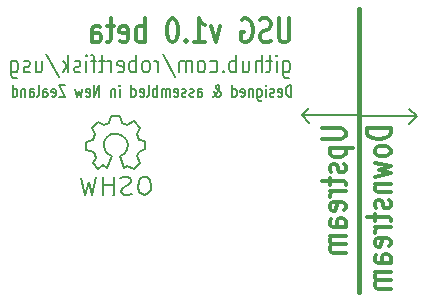
<source format=gbo>
G04 #@! TF.FileFunction,Legend,Bot*
%FSLAX46Y46*%
G04 Gerber Fmt 4.6, Leading zero omitted, Abs format (unit mm)*
G04 Created by KiCad (PCBNEW (2015-10-16 BZR 6271)-product) date Sun 01 Nov 2015 17:02:17 NZDT*
%MOMM*%
G01*
G04 APERTURE LIST*
%ADD10C,0.100000*%
%ADD11C,0.150000*%
%ADD12C,0.200000*%
%ADD13C,0.300000*%
%ADD14C,0.400000*%
G04 APERTURE END LIST*
D10*
D11*
X29697478Y17073619D02*
X29697478Y18073619D01*
X29507002Y18073619D01*
X29392716Y18026000D01*
X29316525Y17930762D01*
X29278430Y17835524D01*
X29240335Y17645048D01*
X29240335Y17502190D01*
X29278430Y17311714D01*
X29316525Y17216476D01*
X29392716Y17121238D01*
X29507002Y17073619D01*
X29697478Y17073619D01*
X28592716Y17121238D02*
X28668906Y17073619D01*
X28821287Y17073619D01*
X28897478Y17121238D01*
X28935573Y17216476D01*
X28935573Y17597429D01*
X28897478Y17692667D01*
X28821287Y17740286D01*
X28668906Y17740286D01*
X28592716Y17692667D01*
X28554621Y17597429D01*
X28554621Y17502190D01*
X28935573Y17406952D01*
X28249859Y17121238D02*
X28173669Y17073619D01*
X28021288Y17073619D01*
X27945097Y17121238D01*
X27907002Y17216476D01*
X27907002Y17264095D01*
X27945097Y17359333D01*
X28021288Y17406952D01*
X28135573Y17406952D01*
X28211764Y17454571D01*
X28249859Y17549810D01*
X28249859Y17597429D01*
X28211764Y17692667D01*
X28135573Y17740286D01*
X28021288Y17740286D01*
X27945097Y17692667D01*
X27564145Y17073619D02*
X27564145Y17740286D01*
X27564145Y18073619D02*
X27602240Y18026000D01*
X27564145Y17978381D01*
X27526050Y18026000D01*
X27564145Y18073619D01*
X27564145Y17978381D01*
X26840336Y17740286D02*
X26840336Y16930762D01*
X26878431Y16835524D01*
X26916526Y16787905D01*
X26992717Y16740286D01*
X27107002Y16740286D01*
X27183193Y16787905D01*
X26840336Y17121238D02*
X26916526Y17073619D01*
X27068907Y17073619D01*
X27145098Y17121238D01*
X27183193Y17168857D01*
X27221288Y17264095D01*
X27221288Y17549810D01*
X27183193Y17645048D01*
X27145098Y17692667D01*
X27068907Y17740286D01*
X26916526Y17740286D01*
X26840336Y17692667D01*
X26459383Y17740286D02*
X26459383Y17073619D01*
X26459383Y17645048D02*
X26421288Y17692667D01*
X26345097Y17740286D01*
X26230811Y17740286D01*
X26154621Y17692667D01*
X26116526Y17597429D01*
X26116526Y17073619D01*
X25430811Y17121238D02*
X25507001Y17073619D01*
X25659382Y17073619D01*
X25735573Y17121238D01*
X25773668Y17216476D01*
X25773668Y17597429D01*
X25735573Y17692667D01*
X25659382Y17740286D01*
X25507001Y17740286D01*
X25430811Y17692667D01*
X25392716Y17597429D01*
X25392716Y17502190D01*
X25773668Y17406952D01*
X24707002Y17073619D02*
X24707002Y18073619D01*
X24707002Y17121238D02*
X24783192Y17073619D01*
X24935573Y17073619D01*
X25011764Y17121238D01*
X25049859Y17168857D01*
X25087954Y17264095D01*
X25087954Y17549810D01*
X25049859Y17645048D01*
X25011764Y17692667D01*
X24935573Y17740286D01*
X24783192Y17740286D01*
X24707002Y17692667D01*
X23068906Y17073619D02*
X23107001Y17073619D01*
X23183191Y17121238D01*
X23297477Y17264095D01*
X23487953Y17549810D01*
X23564144Y17692667D01*
X23602239Y17835524D01*
X23602239Y17930762D01*
X23564144Y18026000D01*
X23487953Y18073619D01*
X23449858Y18073619D01*
X23373668Y18026000D01*
X23335572Y17930762D01*
X23335572Y17883143D01*
X23373668Y17787905D01*
X23411763Y17740286D01*
X23640334Y17549810D01*
X23678430Y17502190D01*
X23716525Y17406952D01*
X23716525Y17264095D01*
X23678430Y17168857D01*
X23640334Y17121238D01*
X23564144Y17073619D01*
X23449858Y17073619D01*
X23373668Y17121238D01*
X23335572Y17168857D01*
X23221287Y17359333D01*
X23183191Y17502190D01*
X23183191Y17597429D01*
X21773668Y17073619D02*
X21773668Y17597429D01*
X21811763Y17692667D01*
X21887953Y17740286D01*
X22040334Y17740286D01*
X22116525Y17692667D01*
X21773668Y17121238D02*
X21849858Y17073619D01*
X22040334Y17073619D01*
X22116525Y17121238D01*
X22154620Y17216476D01*
X22154620Y17311714D01*
X22116525Y17406952D01*
X22040334Y17454571D01*
X21849858Y17454571D01*
X21773668Y17502190D01*
X21430810Y17121238D02*
X21354620Y17073619D01*
X21202239Y17073619D01*
X21126048Y17121238D01*
X21087953Y17216476D01*
X21087953Y17264095D01*
X21126048Y17359333D01*
X21202239Y17406952D01*
X21316524Y17406952D01*
X21392715Y17454571D01*
X21430810Y17549810D01*
X21430810Y17597429D01*
X21392715Y17692667D01*
X21316524Y17740286D01*
X21202239Y17740286D01*
X21126048Y17692667D01*
X20783191Y17121238D02*
X20707001Y17073619D01*
X20554620Y17073619D01*
X20478429Y17121238D01*
X20440334Y17216476D01*
X20440334Y17264095D01*
X20478429Y17359333D01*
X20554620Y17406952D01*
X20668905Y17406952D01*
X20745096Y17454571D01*
X20783191Y17549810D01*
X20783191Y17597429D01*
X20745096Y17692667D01*
X20668905Y17740286D01*
X20554620Y17740286D01*
X20478429Y17692667D01*
X19792715Y17121238D02*
X19868905Y17073619D01*
X20021286Y17073619D01*
X20097477Y17121238D01*
X20135572Y17216476D01*
X20135572Y17597429D01*
X20097477Y17692667D01*
X20021286Y17740286D01*
X19868905Y17740286D01*
X19792715Y17692667D01*
X19754620Y17597429D01*
X19754620Y17502190D01*
X20135572Y17406952D01*
X19411763Y17073619D02*
X19411763Y17740286D01*
X19411763Y17645048D02*
X19373668Y17692667D01*
X19297477Y17740286D01*
X19183191Y17740286D01*
X19107001Y17692667D01*
X19068906Y17597429D01*
X19068906Y17073619D01*
X19068906Y17597429D02*
X19030810Y17692667D01*
X18954620Y17740286D01*
X18840334Y17740286D01*
X18764144Y17692667D01*
X18726049Y17597429D01*
X18726049Y17073619D01*
X18345096Y17073619D02*
X18345096Y18073619D01*
X18345096Y17692667D02*
X18268905Y17740286D01*
X18116524Y17740286D01*
X18040334Y17692667D01*
X18002239Y17645048D01*
X17964143Y17549810D01*
X17964143Y17264095D01*
X18002239Y17168857D01*
X18040334Y17121238D01*
X18116524Y17073619D01*
X18268905Y17073619D01*
X18345096Y17121238D01*
X17507000Y17073619D02*
X17583191Y17121238D01*
X17621286Y17216476D01*
X17621286Y18073619D01*
X16897476Y17121238D02*
X16973666Y17073619D01*
X17126047Y17073619D01*
X17202238Y17121238D01*
X17240333Y17216476D01*
X17240333Y17597429D01*
X17202238Y17692667D01*
X17126047Y17740286D01*
X16973666Y17740286D01*
X16897476Y17692667D01*
X16859381Y17597429D01*
X16859381Y17502190D01*
X17240333Y17406952D01*
X16173667Y17073619D02*
X16173667Y18073619D01*
X16173667Y17121238D02*
X16249857Y17073619D01*
X16402238Y17073619D01*
X16478429Y17121238D01*
X16516524Y17168857D01*
X16554619Y17264095D01*
X16554619Y17549810D01*
X16516524Y17645048D01*
X16478429Y17692667D01*
X16402238Y17740286D01*
X16249857Y17740286D01*
X16173667Y17692667D01*
X15183190Y17073619D02*
X15183190Y17740286D01*
X15183190Y18073619D02*
X15221285Y18026000D01*
X15183190Y17978381D01*
X15145095Y18026000D01*
X15183190Y18073619D01*
X15183190Y17978381D01*
X14802238Y17740286D02*
X14802238Y17073619D01*
X14802238Y17645048D02*
X14764143Y17692667D01*
X14687952Y17740286D01*
X14573666Y17740286D01*
X14497476Y17692667D01*
X14459381Y17597429D01*
X14459381Y17073619D01*
X13468904Y17073619D02*
X13468904Y18073619D01*
X13011761Y17073619D01*
X13011761Y18073619D01*
X12326047Y17121238D02*
X12402237Y17073619D01*
X12554618Y17073619D01*
X12630809Y17121238D01*
X12668904Y17216476D01*
X12668904Y17597429D01*
X12630809Y17692667D01*
X12554618Y17740286D01*
X12402237Y17740286D01*
X12326047Y17692667D01*
X12287952Y17597429D01*
X12287952Y17502190D01*
X12668904Y17406952D01*
X12021285Y17740286D02*
X11868904Y17073619D01*
X11716523Y17549810D01*
X11564142Y17073619D01*
X11411761Y17740286D01*
X10573666Y18073619D02*
X10040333Y18073619D01*
X10573666Y17073619D01*
X10040333Y17073619D01*
X9430809Y17121238D02*
X9506999Y17073619D01*
X9659380Y17073619D01*
X9735571Y17121238D01*
X9773666Y17216476D01*
X9773666Y17597429D01*
X9735571Y17692667D01*
X9659380Y17740286D01*
X9506999Y17740286D01*
X9430809Y17692667D01*
X9392714Y17597429D01*
X9392714Y17502190D01*
X9773666Y17406952D01*
X8707000Y17073619D02*
X8707000Y17597429D01*
X8745095Y17692667D01*
X8821285Y17740286D01*
X8973666Y17740286D01*
X9049857Y17692667D01*
X8707000Y17121238D02*
X8783190Y17073619D01*
X8973666Y17073619D01*
X9049857Y17121238D01*
X9087952Y17216476D01*
X9087952Y17311714D01*
X9049857Y17406952D01*
X8973666Y17454571D01*
X8783190Y17454571D01*
X8707000Y17502190D01*
X8211761Y17073619D02*
X8287952Y17121238D01*
X8326047Y17216476D01*
X8326047Y18073619D01*
X7564142Y17073619D02*
X7564142Y17597429D01*
X7602237Y17692667D01*
X7678427Y17740286D01*
X7830808Y17740286D01*
X7906999Y17692667D01*
X7564142Y17121238D02*
X7640332Y17073619D01*
X7830808Y17073619D01*
X7906999Y17121238D01*
X7945094Y17216476D01*
X7945094Y17311714D01*
X7906999Y17406952D01*
X7830808Y17454571D01*
X7640332Y17454571D01*
X7564142Y17502190D01*
X7183189Y17740286D02*
X7183189Y17073619D01*
X7183189Y17645048D02*
X7145094Y17692667D01*
X7068903Y17740286D01*
X6954617Y17740286D01*
X6878427Y17692667D01*
X6840332Y17597429D01*
X6840332Y17073619D01*
X6116522Y17073619D02*
X6116522Y18073619D01*
X6116522Y17121238D02*
X6192712Y17073619D01*
X6345093Y17073619D01*
X6421284Y17121238D01*
X6459379Y17168857D01*
X6497474Y17264095D01*
X6497474Y17549810D01*
X6459379Y17645048D01*
X6421284Y17692667D01*
X6345093Y17740286D01*
X6192712Y17740286D01*
X6116522Y17692667D01*
D12*
X29037142Y20133429D02*
X29037142Y18919143D01*
X29094285Y18776286D01*
X29151428Y18704857D01*
X29265713Y18633429D01*
X29437142Y18633429D01*
X29551428Y18704857D01*
X29037142Y19204857D02*
X29151428Y19133429D01*
X29379999Y19133429D01*
X29494285Y19204857D01*
X29551428Y19276286D01*
X29608571Y19419143D01*
X29608571Y19847714D01*
X29551428Y19990571D01*
X29494285Y20062000D01*
X29379999Y20133429D01*
X29151428Y20133429D01*
X29037142Y20062000D01*
X28465714Y19133429D02*
X28465714Y20133429D01*
X28465714Y20633429D02*
X28522857Y20562000D01*
X28465714Y20490571D01*
X28408571Y20562000D01*
X28465714Y20633429D01*
X28465714Y20490571D01*
X28065713Y20133429D02*
X27608570Y20133429D01*
X27894285Y20633429D02*
X27894285Y19347714D01*
X27837142Y19204857D01*
X27722856Y19133429D01*
X27608570Y19133429D01*
X27208571Y19133429D02*
X27208571Y20633429D01*
X26694285Y19133429D02*
X26694285Y19919143D01*
X26751428Y20062000D01*
X26865714Y20133429D01*
X27037142Y20133429D01*
X27151428Y20062000D01*
X27208571Y19990571D01*
X25608571Y20133429D02*
X25608571Y19133429D01*
X26122857Y20133429D02*
X26122857Y19347714D01*
X26065714Y19204857D01*
X25951428Y19133429D01*
X25780000Y19133429D01*
X25665714Y19204857D01*
X25608571Y19276286D01*
X25037143Y19133429D02*
X25037143Y20633429D01*
X25037143Y20062000D02*
X24922857Y20133429D01*
X24694286Y20133429D01*
X24580000Y20062000D01*
X24522857Y19990571D01*
X24465714Y19847714D01*
X24465714Y19419143D01*
X24522857Y19276286D01*
X24580000Y19204857D01*
X24694286Y19133429D01*
X24922857Y19133429D01*
X25037143Y19204857D01*
X23951429Y19276286D02*
X23894286Y19204857D01*
X23951429Y19133429D01*
X24008572Y19204857D01*
X23951429Y19276286D01*
X23951429Y19133429D01*
X22865714Y19204857D02*
X22980000Y19133429D01*
X23208571Y19133429D01*
X23322857Y19204857D01*
X23380000Y19276286D01*
X23437143Y19419143D01*
X23437143Y19847714D01*
X23380000Y19990571D01*
X23322857Y20062000D01*
X23208571Y20133429D01*
X22980000Y20133429D01*
X22865714Y20062000D01*
X22180000Y19133429D02*
X22294286Y19204857D01*
X22351429Y19276286D01*
X22408572Y19419143D01*
X22408572Y19847714D01*
X22351429Y19990571D01*
X22294286Y20062000D01*
X22180000Y20133429D01*
X22008572Y20133429D01*
X21894286Y20062000D01*
X21837143Y19990571D01*
X21780000Y19847714D01*
X21780000Y19419143D01*
X21837143Y19276286D01*
X21894286Y19204857D01*
X22008572Y19133429D01*
X22180000Y19133429D01*
X21265715Y19133429D02*
X21265715Y20133429D01*
X21265715Y19990571D02*
X21208572Y20062000D01*
X21094286Y20133429D01*
X20922858Y20133429D01*
X20808572Y20062000D01*
X20751429Y19919143D01*
X20751429Y19133429D01*
X20751429Y19919143D02*
X20694286Y20062000D01*
X20580000Y20133429D01*
X20408572Y20133429D01*
X20294286Y20062000D01*
X20237143Y19919143D01*
X20237143Y19133429D01*
X18808572Y20704857D02*
X19837143Y18776286D01*
X18408572Y19133429D02*
X18408572Y20133429D01*
X18408572Y19847714D02*
X18351429Y19990571D01*
X18294286Y20062000D01*
X18180000Y20133429D01*
X18065715Y20133429D01*
X17494286Y19133429D02*
X17608572Y19204857D01*
X17665715Y19276286D01*
X17722858Y19419143D01*
X17722858Y19847714D01*
X17665715Y19990571D01*
X17608572Y20062000D01*
X17494286Y20133429D01*
X17322858Y20133429D01*
X17208572Y20062000D01*
X17151429Y19990571D01*
X17094286Y19847714D01*
X17094286Y19419143D01*
X17151429Y19276286D01*
X17208572Y19204857D01*
X17322858Y19133429D01*
X17494286Y19133429D01*
X16580001Y19133429D02*
X16580001Y20633429D01*
X16580001Y20062000D02*
X16465715Y20133429D01*
X16237144Y20133429D01*
X16122858Y20062000D01*
X16065715Y19990571D01*
X16008572Y19847714D01*
X16008572Y19419143D01*
X16065715Y19276286D01*
X16122858Y19204857D01*
X16237144Y19133429D01*
X16465715Y19133429D01*
X16580001Y19204857D01*
X15037144Y19204857D02*
X15151430Y19133429D01*
X15380001Y19133429D01*
X15494287Y19204857D01*
X15551430Y19347714D01*
X15551430Y19919143D01*
X15494287Y20062000D01*
X15380001Y20133429D01*
X15151430Y20133429D01*
X15037144Y20062000D01*
X14980001Y19919143D01*
X14980001Y19776286D01*
X15551430Y19633429D01*
X14465716Y19133429D02*
X14465716Y20133429D01*
X14465716Y19847714D02*
X14408573Y19990571D01*
X14351430Y20062000D01*
X14237144Y20133429D01*
X14122859Y20133429D01*
X13894287Y20133429D02*
X13437144Y20133429D01*
X13722859Y20633429D02*
X13722859Y19347714D01*
X13665716Y19204857D01*
X13551430Y19133429D01*
X13437144Y19133429D01*
X13208573Y20133429D02*
X12751430Y20133429D01*
X13037145Y19133429D02*
X13037145Y20419143D01*
X12980002Y20562000D01*
X12865716Y20633429D01*
X12751430Y20633429D01*
X12351431Y19133429D02*
X12351431Y20133429D01*
X12351431Y20633429D02*
X12408574Y20562000D01*
X12351431Y20490571D01*
X12294288Y20562000D01*
X12351431Y20633429D01*
X12351431Y20490571D01*
X11837145Y19204857D02*
X11722859Y19133429D01*
X11494287Y19133429D01*
X11380002Y19204857D01*
X11322859Y19347714D01*
X11322859Y19419143D01*
X11380002Y19562000D01*
X11494287Y19633429D01*
X11665716Y19633429D01*
X11780002Y19704857D01*
X11837145Y19847714D01*
X11837145Y19919143D01*
X11780002Y20062000D01*
X11665716Y20133429D01*
X11494287Y20133429D01*
X11380002Y20062000D01*
X10808573Y19133429D02*
X10808573Y20633429D01*
X10694287Y19704857D02*
X10351430Y19133429D01*
X10351430Y20133429D02*
X10808573Y19562000D01*
X8980001Y20704857D02*
X10008572Y18776286D01*
X8065715Y20133429D02*
X8065715Y19133429D01*
X8580001Y20133429D02*
X8580001Y19347714D01*
X8522858Y19204857D01*
X8408572Y19133429D01*
X8237144Y19133429D01*
X8122858Y19204857D01*
X8065715Y19276286D01*
X7551430Y19204857D02*
X7437144Y19133429D01*
X7208572Y19133429D01*
X7094287Y19204857D01*
X7037144Y19347714D01*
X7037144Y19419143D01*
X7094287Y19562000D01*
X7208572Y19633429D01*
X7380001Y19633429D01*
X7494287Y19704857D01*
X7551430Y19847714D01*
X7551430Y19919143D01*
X7494287Y20062000D01*
X7380001Y20133429D01*
X7208572Y20133429D01*
X7094287Y20062000D01*
X6008572Y20133429D02*
X6008572Y18919143D01*
X6065715Y18776286D01*
X6122858Y18704857D01*
X6237143Y18633429D01*
X6408572Y18633429D01*
X6522858Y18704857D01*
X6008572Y19204857D02*
X6122858Y19133429D01*
X6351429Y19133429D01*
X6465715Y19204857D01*
X6522858Y19276286D01*
X6580001Y19419143D01*
X6580001Y19847714D01*
X6522858Y19990571D01*
X6465715Y20062000D01*
X6351429Y20133429D01*
X6122858Y20133429D01*
X6008572Y20062000D01*
D13*
X29551859Y23701238D02*
X29551859Y22082190D01*
X29475668Y21891714D01*
X29399478Y21796476D01*
X29247097Y21701238D01*
X28942335Y21701238D01*
X28789954Y21796476D01*
X28713763Y21891714D01*
X28637573Y22082190D01*
X28637573Y23701238D01*
X27951859Y21796476D02*
X27723288Y21701238D01*
X27342335Y21701238D01*
X27189954Y21796476D01*
X27113764Y21891714D01*
X27037573Y22082190D01*
X27037573Y22272667D01*
X27113764Y22463143D01*
X27189954Y22558381D01*
X27342335Y22653619D01*
X27647097Y22748857D01*
X27799478Y22844095D01*
X27875669Y22939333D01*
X27951859Y23129810D01*
X27951859Y23320286D01*
X27875669Y23510762D01*
X27799478Y23606000D01*
X27647097Y23701238D01*
X27266145Y23701238D01*
X27037573Y23606000D01*
X25513763Y23606000D02*
X25666144Y23701238D01*
X25894716Y23701238D01*
X26123287Y23606000D01*
X26275668Y23415524D01*
X26351859Y23225048D01*
X26428049Y22844095D01*
X26428049Y22558381D01*
X26351859Y22177429D01*
X26275668Y21986952D01*
X26123287Y21796476D01*
X25894716Y21701238D01*
X25742335Y21701238D01*
X25513763Y21796476D01*
X25437573Y21891714D01*
X25437573Y22558381D01*
X25742335Y22558381D01*
X23685192Y23034571D02*
X23304239Y21701238D01*
X22923287Y23034571D01*
X21475667Y21701238D02*
X22389953Y21701238D01*
X21932810Y21701238D02*
X21932810Y23701238D01*
X22085191Y23415524D01*
X22237572Y23225048D01*
X22389953Y23129810D01*
X20789953Y21891714D02*
X20713762Y21796476D01*
X20789953Y21701238D01*
X20866143Y21796476D01*
X20789953Y21891714D01*
X20789953Y21701238D01*
X19723286Y23701238D02*
X19570905Y23701238D01*
X19418524Y23606000D01*
X19342333Y23510762D01*
X19266143Y23320286D01*
X19189952Y22939333D01*
X19189952Y22463143D01*
X19266143Y22082190D01*
X19342333Y21891714D01*
X19418524Y21796476D01*
X19570905Y21701238D01*
X19723286Y21701238D01*
X19875667Y21796476D01*
X19951857Y21891714D01*
X20028048Y22082190D01*
X20104238Y22463143D01*
X20104238Y22939333D01*
X20028048Y23320286D01*
X19951857Y23510762D01*
X19875667Y23606000D01*
X19723286Y23701238D01*
X17285190Y21701238D02*
X17285190Y23701238D01*
X17285190Y22939333D02*
X17132809Y23034571D01*
X16828047Y23034571D01*
X16675666Y22939333D01*
X16599475Y22844095D01*
X16523285Y22653619D01*
X16523285Y22082190D01*
X16599475Y21891714D01*
X16675666Y21796476D01*
X16828047Y21701238D01*
X17132809Y21701238D01*
X17285190Y21796476D01*
X15228047Y21796476D02*
X15380428Y21701238D01*
X15685190Y21701238D01*
X15837571Y21796476D01*
X15913761Y21986952D01*
X15913761Y22748857D01*
X15837571Y22939333D01*
X15685190Y23034571D01*
X15380428Y23034571D01*
X15228047Y22939333D01*
X15151856Y22748857D01*
X15151856Y22558381D01*
X15913761Y22367905D01*
X14694713Y23034571D02*
X14085189Y23034571D01*
X14466142Y23701238D02*
X14466142Y21986952D01*
X14389951Y21796476D01*
X14237570Y21701238D01*
X14085189Y21701238D01*
X12866141Y21701238D02*
X12866141Y22748857D01*
X12942332Y22939333D01*
X13094713Y23034571D01*
X13399475Y23034571D01*
X13551856Y22939333D01*
X12866141Y21796476D02*
X13018522Y21701238D01*
X13399475Y21701238D01*
X13551856Y21796476D01*
X13628046Y21986952D01*
X13628046Y22177429D01*
X13551856Y22367905D01*
X13399475Y22463143D01*
X13018522Y22463143D01*
X12866141Y22558381D01*
D12*
X35623500Y15430500D02*
X40322500Y15430500D01*
X40322500Y15430500D02*
X39687500Y14795500D01*
X40322500Y15430500D02*
X39687500Y16065500D01*
X30607000Y15494000D02*
X31242000Y14859000D01*
X30607000Y15494000D02*
X31242000Y16129000D01*
X35306000Y15494000D02*
X30607000Y15494000D01*
D13*
X38115762Y14400952D02*
X36115762Y14400952D01*
X36115762Y14019999D01*
X36211000Y13791428D01*
X36401476Y13639047D01*
X36591952Y13562856D01*
X36972905Y13486666D01*
X37258619Y13486666D01*
X37639571Y13562856D01*
X37830048Y13639047D01*
X38020524Y13791428D01*
X38115762Y14019999D01*
X38115762Y14400952D01*
X38115762Y12572380D02*
X38020524Y12724761D01*
X37925286Y12800952D01*
X37734810Y12877142D01*
X37163381Y12877142D01*
X36972905Y12800952D01*
X36877667Y12724761D01*
X36782429Y12572380D01*
X36782429Y12343809D01*
X36877667Y12191428D01*
X36972905Y12115237D01*
X37163381Y12039047D01*
X37734810Y12039047D01*
X37925286Y12115237D01*
X38020524Y12191428D01*
X38115762Y12343809D01*
X38115762Y12572380D01*
X36782429Y11505714D02*
X38115762Y11200952D01*
X37163381Y10896190D01*
X38115762Y10591428D01*
X36782429Y10286666D01*
X36782429Y9677143D02*
X38115762Y9677143D01*
X36972905Y9677143D02*
X36877667Y9600952D01*
X36782429Y9448571D01*
X36782429Y9220000D01*
X36877667Y9067619D01*
X37068143Y8991428D01*
X38115762Y8991428D01*
X38020524Y8305714D02*
X38115762Y8153333D01*
X38115762Y7848571D01*
X38020524Y7696190D01*
X37830048Y7620000D01*
X37734810Y7620000D01*
X37544333Y7696190D01*
X37449095Y7848571D01*
X37449095Y8077143D01*
X37353857Y8229524D01*
X37163381Y8305714D01*
X37068143Y8305714D01*
X36877667Y8229524D01*
X36782429Y8077143D01*
X36782429Y7848571D01*
X36877667Y7696190D01*
X36782429Y7162857D02*
X36782429Y6553333D01*
X36115762Y6934286D02*
X37830048Y6934286D01*
X38020524Y6858095D01*
X38115762Y6705714D01*
X38115762Y6553333D01*
X38115762Y6020000D02*
X36782429Y6020000D01*
X37163381Y6020000D02*
X36972905Y5943809D01*
X36877667Y5867619D01*
X36782429Y5715238D01*
X36782429Y5562857D01*
X38020524Y4420000D02*
X38115762Y4572381D01*
X38115762Y4877143D01*
X38020524Y5029524D01*
X37830048Y5105714D01*
X37068143Y5105714D01*
X36877667Y5029524D01*
X36782429Y4877143D01*
X36782429Y4572381D01*
X36877667Y4420000D01*
X37068143Y4343809D01*
X37258619Y4343809D01*
X37449095Y5105714D01*
X38115762Y2972380D02*
X37068143Y2972380D01*
X36877667Y3048571D01*
X36782429Y3200952D01*
X36782429Y3505714D01*
X36877667Y3658095D01*
X38020524Y2972380D02*
X38115762Y3124761D01*
X38115762Y3505714D01*
X38020524Y3658095D01*
X37830048Y3734285D01*
X37639571Y3734285D01*
X37449095Y3658095D01*
X37353857Y3505714D01*
X37353857Y3124761D01*
X37258619Y2972380D01*
X38115762Y2210476D02*
X36782429Y2210476D01*
X36972905Y2210476D02*
X36877667Y2134285D01*
X36782429Y1981904D01*
X36782429Y1753333D01*
X36877667Y1600952D01*
X37068143Y1524761D01*
X38115762Y1524761D01*
X37068143Y1524761D02*
X36877667Y1448571D01*
X36782429Y1296190D01*
X36782429Y1067618D01*
X36877667Y915238D01*
X37068143Y839047D01*
X38115762Y839047D01*
X32305762Y14401143D02*
X33924810Y14401143D01*
X34115286Y14324952D01*
X34210524Y14248762D01*
X34305762Y14096381D01*
X34305762Y13791619D01*
X34210524Y13639238D01*
X34115286Y13563047D01*
X33924810Y13486857D01*
X32305762Y13486857D01*
X32972429Y12724953D02*
X34972429Y12724953D01*
X33067667Y12724953D02*
X32972429Y12572572D01*
X32972429Y12267810D01*
X33067667Y12115429D01*
X33162905Y12039238D01*
X33353381Y11963048D01*
X33924810Y11963048D01*
X34115286Y12039238D01*
X34210524Y12115429D01*
X34305762Y12267810D01*
X34305762Y12572572D01*
X34210524Y12724953D01*
X34210524Y11353524D02*
X34305762Y11201143D01*
X34305762Y10896381D01*
X34210524Y10744000D01*
X34020048Y10667810D01*
X33924810Y10667810D01*
X33734333Y10744000D01*
X33639095Y10896381D01*
X33639095Y11124953D01*
X33543857Y11277334D01*
X33353381Y11353524D01*
X33258143Y11353524D01*
X33067667Y11277334D01*
X32972429Y11124953D01*
X32972429Y10896381D01*
X33067667Y10744000D01*
X32972429Y10210667D02*
X32972429Y9601143D01*
X32305762Y9982096D02*
X34020048Y9982096D01*
X34210524Y9905905D01*
X34305762Y9753524D01*
X34305762Y9601143D01*
X34305762Y9067810D02*
X32972429Y9067810D01*
X33353381Y9067810D02*
X33162905Y8991619D01*
X33067667Y8915429D01*
X32972429Y8763048D01*
X32972429Y8610667D01*
X34210524Y7467810D02*
X34305762Y7620191D01*
X34305762Y7924953D01*
X34210524Y8077334D01*
X34020048Y8153524D01*
X33258143Y8153524D01*
X33067667Y8077334D01*
X32972429Y7924953D01*
X32972429Y7620191D01*
X33067667Y7467810D01*
X33258143Y7391619D01*
X33448619Y7391619D01*
X33639095Y8153524D01*
X34305762Y6020190D02*
X33258143Y6020190D01*
X33067667Y6096381D01*
X32972429Y6248762D01*
X32972429Y6553524D01*
X33067667Y6705905D01*
X34210524Y6020190D02*
X34305762Y6172571D01*
X34305762Y6553524D01*
X34210524Y6705905D01*
X34020048Y6782095D01*
X33829571Y6782095D01*
X33639095Y6705905D01*
X33543857Y6553524D01*
X33543857Y6172571D01*
X33448619Y6020190D01*
X34305762Y5258286D02*
X32972429Y5258286D01*
X33162905Y5258286D02*
X33067667Y5182095D01*
X32972429Y5029714D01*
X32972429Y4801143D01*
X33067667Y4648762D01*
X33258143Y4572571D01*
X34305762Y4572571D01*
X33258143Y4572571D02*
X33067667Y4496381D01*
X32972429Y4344000D01*
X32972429Y4115428D01*
X33067667Y3963048D01*
X33258143Y3886857D01*
X34305762Y3886857D01*
D14*
X35433000Y24511000D02*
X35433000Y508000D01*
D11*
X13190220Y10264140D02*
X12829540Y8793480D01*
X12829540Y8793480D02*
X12550140Y9855200D01*
X12550140Y9855200D02*
X12240260Y8783320D01*
X12240260Y8783320D02*
X11899900Y10233660D01*
X14610080Y9573260D02*
X13820140Y9583420D01*
X13820140Y9583420D02*
X13809980Y9573260D01*
X13809980Y9573260D02*
X13809980Y9583420D01*
X13769340Y10294620D02*
X13769340Y8752840D01*
X14658340Y10304780D02*
X14658340Y8735060D01*
X14658340Y8735060D02*
X14648180Y8745220D01*
X15209520Y10203180D02*
X15560040Y10284460D01*
X15560040Y10284460D02*
X15880080Y10294620D01*
X15880080Y10294620D02*
X16118840Y10093960D01*
X16118840Y10093960D02*
X16149320Y9824720D01*
X16149320Y9824720D02*
X15908020Y9583420D01*
X15908020Y9583420D02*
X15519400Y9453880D01*
X15519400Y9453880D02*
X15339060Y9293860D01*
X15339060Y9293860D02*
X15298420Y8994140D01*
X15298420Y8994140D02*
X15529560Y8773160D01*
X15529560Y8773160D02*
X15849600Y8745220D01*
X15849600Y8745220D02*
X16200120Y8854440D01*
X17238980Y10304780D02*
X17487900Y10284460D01*
X17487900Y10284460D02*
X17729200Y10043160D01*
X17729200Y10043160D02*
X17818100Y9552940D01*
X17818100Y9552940D02*
X17790160Y9204960D01*
X17790160Y9204960D02*
X17589500Y8884920D01*
X17589500Y8884920D02*
X17338040Y8763000D01*
X17338040Y8763000D02*
X17028160Y8834120D01*
X17028160Y8834120D02*
X16809720Y9014460D01*
X16809720Y9014460D02*
X16738600Y9474200D01*
X16738600Y9474200D02*
X16789400Y9883140D01*
X16789400Y9883140D02*
X16898620Y10165080D01*
X16898620Y10165080D02*
X17259300Y10294620D01*
X16639540Y12024360D02*
X16898620Y11463020D01*
X16898620Y11463020D02*
X16360140Y10944860D01*
X16360140Y10944860D02*
X15839440Y11214100D01*
X15839440Y11214100D02*
X15560040Y11054080D01*
X14119860Y11074400D02*
X13789660Y11264900D01*
X13789660Y11264900D02*
X13350240Y10934700D01*
X13350240Y10934700D02*
X12877800Y11424920D01*
X12877800Y11424920D02*
X13159740Y11904980D01*
X13159740Y11904980D02*
X12969240Y12374880D01*
X12969240Y12374880D02*
X12359640Y12562840D01*
X12359640Y12562840D02*
X12359640Y13243560D01*
X12359640Y13243560D02*
X12918440Y13383260D01*
X12918440Y13383260D02*
X13119100Y13954760D01*
X13119100Y13954760D02*
X12849860Y14424660D01*
X12849860Y14424660D02*
X13319760Y14935200D01*
X13319760Y14935200D02*
X13837920Y14673580D01*
X13837920Y14673580D02*
X14307820Y14874240D01*
X14307820Y14874240D02*
X14478000Y15415260D01*
X14478000Y15415260D02*
X15168880Y15433040D01*
X15168880Y15433040D02*
X15379700Y14884400D01*
X15379700Y14884400D02*
X15798800Y14714220D01*
X15798800Y14714220D02*
X16349980Y14983460D01*
X16349980Y14983460D02*
X16868140Y14455140D01*
X16868140Y14455140D02*
X16619220Y13914120D01*
X16619220Y13914120D02*
X16789400Y13434060D01*
X16789400Y13434060D02*
X17338040Y13335000D01*
X17338040Y13335000D02*
X17348200Y12633960D01*
X17348200Y12633960D02*
X16789400Y12433300D01*
X16789400Y12433300D02*
X16649700Y12034520D01*
X14508480Y12054840D02*
X14208760Y12204700D01*
X14208760Y12204700D02*
X14008100Y12402820D01*
X14008100Y12402820D02*
X13858240Y12804140D01*
X13858240Y12804140D02*
X13858240Y13202920D01*
X13858240Y13202920D02*
X14008100Y13553440D01*
X14008100Y13553440D02*
X14460220Y13903960D01*
X14460220Y13903960D02*
X14909800Y13954760D01*
X14909800Y13954760D02*
X15308580Y13853160D01*
X15308580Y13853160D02*
X15709900Y13505180D01*
X15709900Y13505180D02*
X15859760Y13053060D01*
X15859760Y13053060D02*
X15808960Y12555220D01*
X15808960Y12555220D02*
X15560040Y12252960D01*
X15560040Y12252960D02*
X15209520Y12054840D01*
X15209520Y12054840D02*
X15560040Y11054080D01*
X14508480Y12054840D02*
X14109700Y11054080D01*
M02*

</source>
